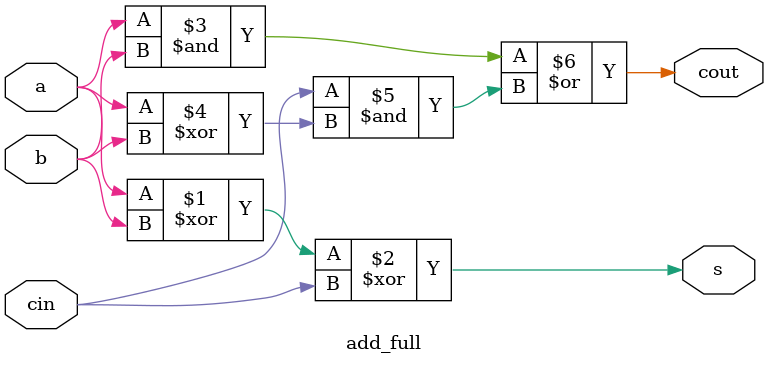
<source format=v>
/*1Î»È«¼ÓÆ÷*/
module add_full(
    input   a,
    input   b,
    input   cin,
    output  cout,
    output  s
);

assign s = a ^ b ^ cin;
assign cout = a & b | (cin & (a ^ b));

endmodule
</source>
